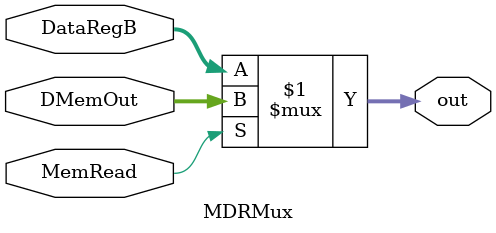
<source format=v>
`timescale 1ns / 1ps
module MDRMux(
	input MemRead,
	input[DATA_WIDTH-1:0] DMemOut,
	input[DATA_WIDTH-1:0] DataRegB,
	output[DATA_WIDTH-1:0] out
    );
	parameter DATA_WIDTH = 32;
	assign out = MemRead ? DMemOut : DataRegB;
endmodule

</source>
